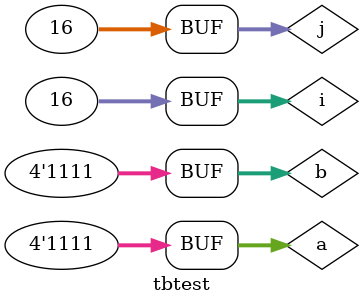
<source format=v>
/*  ARRAY MULTIPLIER */
module lab06part05(
    output [6:0]HEX1, HEX0,
    output [7:0]LEDG,
	input  [7:0]SW
);
    wire [7:0]ans;
    multiplierNx #(4) multhem(ans, SW[7:4], SW[3:0]);
    hexDecoder7Seg disp1(HEX1, ans[7:4]);
    hexDecoder7Seg disp0(HEX0, ans[3:0]);
	assign LEDG[7:0] = ans;
endmodule

module tbtest;
    reg [6:0]h1,h0;
    reg [3:0]a,b;
    wire [7:0]ans;
    lab06part05 testl6p5(h1,h0,ans, {a, b});
    integer i, j;
    initial begin
        for(i=0; i<16; i=i+1) begin
            for(j=0; j<16; j=j+1) begin
                #100; a=i; b=j;
            end
        end
    end
endmodule
</source>
